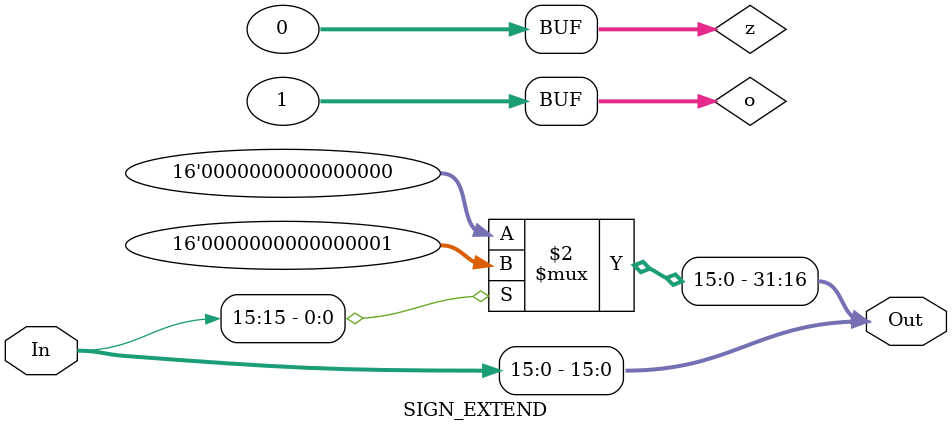
<source format=v>
module SIGN_EXTEND #(parameter N = 16)(
    input [N-1:0] In,
    output [31:0] Out
);
    reg [31:0] z = 32'b0;
    reg [31:0] o = 32'b1;
    assign Out = {(In[N-1]==1)?o[31-N:0]:z[31-N:0], In};

endmodule

</source>
